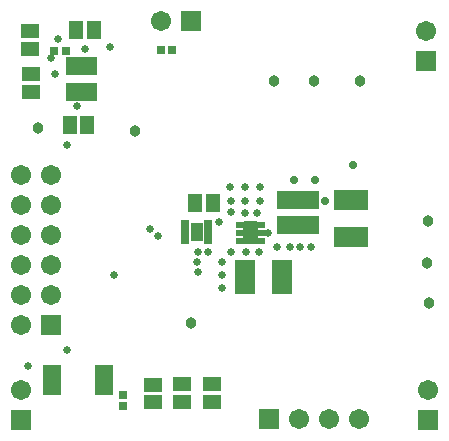
<source format=gts>
G04 Layer_Color=8388736*
%FSLAX44Y44*%
%MOMM*%
G71*
G01*
G75*
%ADD18R,0.4700X0.3500*%
%ADD43R,0.8032X0.7032*%
%ADD44R,0.7032X0.8032*%
%ADD45R,3.0032X1.7032*%
%ADD46R,1.7032X3.0032*%
%ADD47R,1.1032X1.5032*%
%ADD48R,0.7032X0.5032*%
%ADD49R,1.6032X0.5532*%
%ADD50R,1.6032X1.3032*%
%ADD51R,0.6732X0.5532*%
%ADD52R,0.6532X1.6032*%
%ADD53R,0.6532X1.6032*%
%ADD54R,0.6532X1.6032*%
%ADD55R,1.3032X1.6032*%
%ADD56R,3.6032X1.5032*%
%ADD57C,0.9652*%
%ADD58C,0.6604*%
%ADD59R,1.7032X1.7032*%
%ADD60C,1.7032*%
%ADD61R,1.7032X1.7032*%
%ADD62C,0.7112*%
%ADD63C,0.8032*%
G36*
X220263Y186112D02*
X220394Y186087D01*
X220520Y186044D01*
X220639Y185985D01*
X220750Y185911D01*
X220850Y185823D01*
X220938Y185723D01*
X221012Y185612D01*
X221071Y185493D01*
X221113Y185366D01*
X221140Y185236D01*
X221148Y185103D01*
Y177403D01*
X221140Y177270D01*
X221113Y177139D01*
X221071Y177013D01*
X221012Y176894D01*
X220938Y176783D01*
X220850Y176683D01*
X220750Y176595D01*
X220639Y176521D01*
X220520Y176462D01*
X220394Y176420D01*
X220310Y176403D01*
X220394Y176387D01*
X220520Y176344D01*
X220639Y176285D01*
X220750Y176211D01*
X220850Y176123D01*
X220938Y176023D01*
X221012Y175912D01*
X221071Y175793D01*
X221113Y175667D01*
X221140Y175536D01*
X221148Y175403D01*
Y167703D01*
X221140Y167570D01*
X221113Y167439D01*
X221071Y167313D01*
X221012Y167194D01*
X220938Y167083D01*
X220850Y166983D01*
X220750Y166895D01*
X220639Y166821D01*
X220520Y166762D01*
X220394Y166719D01*
X220263Y166693D01*
X220130Y166685D01*
X209130D01*
X208997Y166693D01*
X208867Y166719D01*
X208740Y166762D01*
X208621Y166821D01*
X208510Y166895D01*
X208410Y166983D01*
X208322Y167083D01*
X208248Y167194D01*
X208189Y167313D01*
X208146Y167439D01*
X208120Y167570D01*
X208112Y167703D01*
Y175403D01*
X208120Y175536D01*
X208146Y175667D01*
X208189Y175793D01*
X208248Y175912D01*
X208322Y176023D01*
X208410Y176123D01*
X208510Y176211D01*
X208621Y176285D01*
X208740Y176344D01*
X208867Y176387D01*
X208950Y176403D01*
X208867Y176420D01*
X208740Y176462D01*
X208621Y176521D01*
X208510Y176595D01*
X208410Y176683D01*
X208322Y176783D01*
X208248Y176894D01*
X208189Y177013D01*
X208146Y177139D01*
X208120Y177270D01*
X208112Y177403D01*
Y185103D01*
X208120Y185236D01*
X208146Y185366D01*
X208189Y185493D01*
X208248Y185612D01*
X208322Y185723D01*
X208410Y185823D01*
X208510Y185911D01*
X208621Y185985D01*
X208740Y186044D01*
X208867Y186087D01*
X208997Y186112D01*
X209130Y186121D01*
X220130D01*
X220263Y186112D01*
D02*
G37*
D18*
X214630Y181253D02*
D03*
Y171553D02*
D03*
D43*
X148383Y331343D02*
D03*
X138383D02*
D03*
X48340Y330200D02*
D03*
X58340D02*
D03*
D44*
X106553Y29544D02*
D03*
Y39544D02*
D03*
D45*
X299974Y204095D02*
D03*
Y173095D02*
D03*
D46*
X241052Y139065D02*
D03*
X210052D02*
D03*
D47*
X168910Y177419D02*
D03*
D48*
X178910Y184919D02*
D03*
Y179919D02*
D03*
Y174919D02*
D03*
Y169919D02*
D03*
X158910D02*
D03*
Y174919D02*
D03*
Y179919D02*
D03*
Y184919D02*
D03*
D49*
X90834Y41689D02*
D03*
Y46689D02*
D03*
Y51689D02*
D03*
Y56689D02*
D03*
Y61689D02*
D03*
X46834Y41689D02*
D03*
Y46689D02*
D03*
Y51689D02*
D03*
Y56689D02*
D03*
Y61689D02*
D03*
D50*
X181610Y33267D02*
D03*
Y48267D02*
D03*
X27813Y347352D02*
D03*
Y332352D02*
D03*
X156464Y33267D02*
D03*
Y48267D02*
D03*
X132080Y33013D02*
D03*
Y48013D02*
D03*
X28829Y310776D02*
D03*
Y295776D02*
D03*
D51*
X205480Y176403D02*
D03*
Y169903D02*
D03*
Y182903D02*
D03*
X223780D02*
D03*
Y169903D02*
D03*
Y176403D02*
D03*
D52*
X80870Y317959D02*
D03*
X74370D02*
D03*
X67870D02*
D03*
X61370D02*
D03*
D53*
X80870Y295959D02*
D03*
X74370Y295959D02*
D03*
X67870D02*
D03*
D54*
X61370D02*
D03*
D55*
X82176Y348107D02*
D03*
X67176D02*
D03*
X61334Y267589D02*
D03*
X76334D02*
D03*
X167760Y201549D02*
D03*
X182760D02*
D03*
D56*
X254508Y203921D02*
D03*
Y182921D02*
D03*
D57*
X116967Y263017D02*
D03*
X163957Y100076D02*
D03*
X365760Y116967D02*
D03*
X364363Y150749D02*
D03*
X365125Y186690D02*
D03*
X307086Y305435D02*
D03*
X268351D02*
D03*
X234442Y304927D02*
D03*
X34798Y265049D02*
D03*
D58*
X45466Y324866D02*
D03*
X214757Y170815D02*
D03*
X214630Y181911D02*
D03*
X169803Y143637D02*
D03*
X169549Y152019D02*
D03*
X178825Y160147D02*
D03*
X169803D02*
D03*
X265684Y164719D02*
D03*
X256794D02*
D03*
X247650D02*
D03*
X236728D02*
D03*
X222250Y215519D02*
D03*
X197612Y215265D02*
D03*
X209550Y215519D02*
D03*
X221996Y160655D02*
D03*
X210566Y160147D02*
D03*
X197866D02*
D03*
X190631Y151511D02*
D03*
Y140589D02*
D03*
Y129413D02*
D03*
X220218Y193675D02*
D03*
X210058Y193421D02*
D03*
X198120Y193929D02*
D03*
X210058Y203835D02*
D03*
X198120Y203581D02*
D03*
X222758Y203835D02*
D03*
X187706Y185547D02*
D03*
X67766Y284151D02*
D03*
X51943Y340360D02*
D03*
X95250Y333883D02*
D03*
X98806Y141097D02*
D03*
X59182Y77343D02*
D03*
X49142Y310903D02*
D03*
X136652Y173863D02*
D03*
X129540Y179959D02*
D03*
X59436Y251079D02*
D03*
X74168Y331851D02*
D03*
X26162Y63373D02*
D03*
X229108Y176403D02*
D03*
D59*
X363474Y322199D02*
D03*
X45466Y98171D02*
D03*
X20066Y17653D02*
D03*
X365252Y17907D02*
D03*
D60*
X363474Y347599D02*
D03*
X45466Y123571D02*
D03*
Y148971D02*
D03*
Y174371D02*
D03*
Y199771D02*
D03*
Y225171D02*
D03*
X20066Y98171D02*
D03*
Y123571D02*
D03*
Y148971D02*
D03*
Y174371D02*
D03*
Y199771D02*
D03*
Y225171D02*
D03*
X139192Y355981D02*
D03*
X20066Y43053D02*
D03*
X306578Y18669D02*
D03*
X281178D02*
D03*
X255778D02*
D03*
X365252Y43307D02*
D03*
D61*
X164592Y355981D02*
D03*
X230378Y18669D02*
D03*
D62*
X301244Y234315D02*
D03*
X277876Y203327D02*
D03*
X268986Y221107D02*
D03*
X251206D02*
D03*
D63*
X168910Y177419D02*
D03*
M02*

</source>
